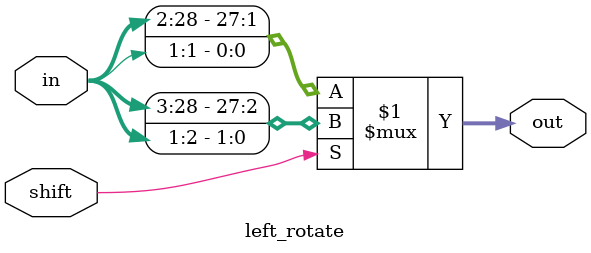
<source format=v>
/*
MIT License

Copyright (c) 2020 Debtanu Mukherjee

Permission is hereby granted, free of charge, to any person obtaining a copy
of this software and associated documentation files (the "Software"), to deal
in the Software without restriction, including without limitation the rights
to use, copy, modify, merge, publish, distribute, sublicense, and/or sell
copies of the Software, and to permit persons to whom the Software is
furnished to do so, subject to the following conditions:

The above copyright notice and this permission notice shall be included in all
copies or substantial portions of the Software.

THE SOFTWARE IS PROVIDED "AS IS", WITHOUT WARRANTY OF ANY KIND, EXPRESS OR
IMPLIED, INCLUDING BUT NOT LIMITED TO THE WARRANTIES OF MERCHANTABILITY,
FITNESS FOR A PARTICULAR PURPOSE AND NONINFRINGEMENT. IN NO EVENT SHALL THE
AUTHORS OR COPYRIGHT HOLDERS BE LIABLE FOR ANY CLAIM, DAMAGES OR OTHER
LIABILITY, WHETHER IN AN ACTION OF CONTRACT, TORT OR OTHERWISE, ARISING FROM,
OUT OF OR IN CONNECTION WITH THE SOFTWARE OR THE USE OR OTHER DEALINGS IN THE
SOFTWARE.
*/

module left_rotate(in, shift, out);

input [1:28] in;
input shift;
output [1:28] out;

assign out = (shift) ? {in[3:28], in[1:2]} : {in[2:28], in[1]};

endmodule

</source>
